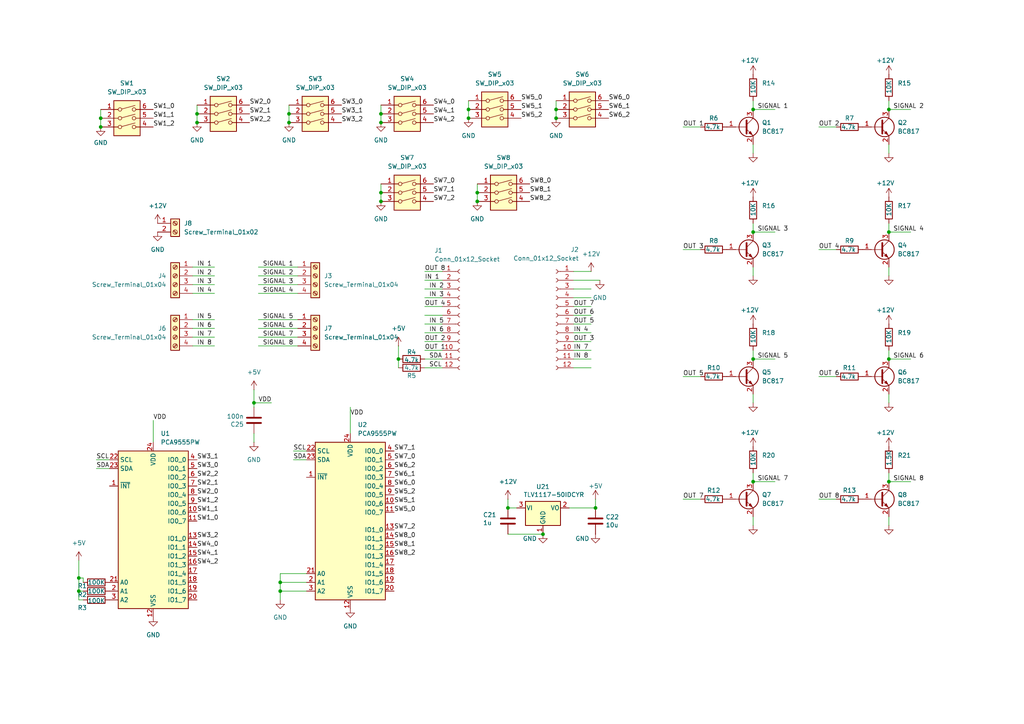
<source format=kicad_sch>
(kicad_sch (version 20250114) (generator "eeschema") (generator_version "9.0")
  (paper "A4")
  (lib_symbols
    (symbol "Connector:Conn_01x12_Socket" (pin_names (offset 1.016) (hide yes))
      (property "Reference" "J" (at 0 15.24 0))
      (property "Value" "Conn_01x12_Socket" (at 0 -17.78 0))
      (symbol "Conn_01x12_Socket_1_1"
        (polyline (pts (xy -1.27 12.7) (xy -0.508 12.7)) (stroke (width 0.1524)))
        (polyline (pts (xy -1.27 10.16) (xy -0.508 10.16)) (stroke (width 0.1524)))
        (polyline (pts (xy -1.27 7.62) (xy -0.508 7.62)) (stroke (width 0.1524)))
        (polyline (pts (xy -1.27 5.08) (xy -0.508 5.08)) (stroke (width 0.1524)))
        (polyline (pts (xy -1.27 2.54) (xy -0.508 2.54)) (stroke (width 0.1524)))
        (polyline (pts (xy -1.27 0) (xy -0.508 0)) (stroke (width 0.1524)))
        (polyline (pts (xy -1.27 -2.54) (xy -0.508 -2.54)) (stroke (width 0.1524)))
        (polyline (pts (xy -1.27 -5.08) (xy -0.508 -5.08)) (stroke (width 0.1524)))
        (polyline (pts (xy -1.27 -7.62) (xy -0.508 -7.62)) (stroke (width 0.1524)))
        (polyline (pts (xy -1.27 -10.16) (xy -0.508 -10.16)) (stroke (width 0.1524)))
        (polyline (pts (xy -1.27 -12.7) (xy -0.508 -12.7)) (stroke (width 0.1524)))
        (polyline (pts (xy -1.27 -15.24) (xy -0.508 -15.24)) (stroke (width 0.1524)))
        (arc (start 0 12.192) (mid -0.5058 12.7) (end 0 13.208) (stroke (width 0.1524)))
        (arc (start 0 9.652) (mid -0.5058 10.16) (end 0 10.668) (stroke (width 0.1524)))
        (arc (start 0 7.112) (mid -0.5058 7.62) (end 0 8.128) (stroke (width 0.1524)))
        (arc (start 0 4.572) (mid -0.5058 5.08) (end 0 5.588) (stroke (width 0.1524)))
        (arc (start 0 2.032) (mid -0.5058 2.54) (end 0 3.048) (stroke (width 0.1524)))
        (arc (start 0 -0.508) (mid -0.5058 0) (end 0 0.508) (stroke (width 0.1524)))
        (arc (start 0 -3.048) (mid -0.5058 -2.54) (end 0 -2.032) (stroke (width 0.1524)))
        (arc (start 0 -5.588) (mid -0.5058 -5.08) (end 0 -4.572) (stroke (width 0.1524)))
        (arc (start 0 -8.128) (mid -0.5058 -7.62) (end 0 -7.112) (stroke (width 0.1524)))
        (arc (start 0 -10.668) (mid -0.5058 -10.16) (end 0 -9.652) (stroke (width 0.1524)))
        (arc (start 0 -13.208) (mid -0.5058 -12.7) (end 0 -12.192) (stroke (width 0.1524)))
        (arc (start 0 -15.748) (mid -0.5058 -15.24) (end 0 -14.732) (stroke (width 0.1524)))
        (pin passive line (at -5.08 12.7 0) (length 3.81) (name "Pin_1") (number "1"))
        (pin passive line (at -5.08 10.16 0) (length 3.81) (name "Pin_2") (number "2"))
        (pin passive line (at -5.08 7.62 0) (length 3.81) (name "Pin_3") (number "3"))
        (pin passive line (at -5.08 5.08 0) (length 3.81) (name "Pin_4") (number "4"))
        (pin passive line (at -5.08 2.54 0) (length 3.81) (name "Pin_5") (number "5"))
        (pin passive line (at -5.08 0 0) (length 3.81) (name "Pin_6") (number "6"))
        (pin passive line (at -5.08 -2.54 0) (length 3.81) (name "Pin_7") (number "7"))
        (pin passive line (at -5.08 -5.08 0) (length 3.81) (name "Pin_8") (number "8"))
        (pin passive line (at -5.08 -7.62 0) (length 3.81) (name "Pin_9") (number "9"))
        (pin passive line (at -5.08 -10.16 0) (length 3.81) (name "Pin_10") (number "10"))
        (pin passive line (at -5.08 -12.7 0) (length 3.81) (name "Pin_11") (number "11"))
        (pin passive line (at -5.08 -15.24 0) (length 3.81) (name "Pin_12") (number "12"))
      )
    )
    (symbol "Connector:Screw_Terminal_01x02" (pin_names (offset 1.016) (hide yes))
      (property "Reference" "J" (at 0 2.54 0))
      (property "Value" "Screw_Terminal_01x02" (at 0 -5.08 0))
      (symbol "Screw_Terminal_01x02_1_1"
        (rectangle (start -1.27 1.27) (end 1.27 -3.81) (stroke (width 0.254)) (fill (type background)))
        (polyline (pts (xy -0.5334 0.3302) (xy 0.3302 -0.508)) (stroke (width 0.1524)))
        (polyline (pts (xy -0.5334 -2.2098) (xy 0.3302 -3.048)) (stroke (width 0.1524)))
        (polyline (pts (xy -0.3556 0.508) (xy 0.508 -0.3302)) (stroke (width 0.1524)))
        (polyline (pts (xy -0.3556 -2.032) (xy 0.508 -2.8702)) (stroke (width 0.1524)))
        (circle (center 0 0) (radius 0.635) (stroke (width 0.1524)))
        (circle (center 0 -2.54) (radius 0.635) (stroke (width 0.1524)))
        (pin passive line (at -5.08 0 0) (length 3.81) (name "Pin_1") (number "1"))
        (pin passive line (at -5.08 -2.54 0) (length 3.81) (name "Pin_2") (number "2"))
      )
    )
    (symbol "Connector:Screw_Terminal_01x04" (pin_names (offset 1.016) (hide yes))
      (property "Reference" "J" (at 0 5.08 0))
      (property "Value" "Screw_Terminal_01x04" (at 0 -7.62 0))
      (symbol "Screw_Terminal_01x04_1_1"
        (rectangle (start -1.27 3.81) (end 1.27 -6.35) (stroke (width 0.254)) (fill (type background)))
        (polyline (pts (xy -0.5334 2.8702) (xy 0.3302 2.032)) (stroke (width 0.1524)))
        (polyline (pts (xy -0.5334 0.3302) (xy 0.3302 -0.508)) (stroke (width 0.1524)))
        (polyline (pts (xy -0.5334 -2.2098) (xy 0.3302 -3.048)) (stroke (width 0.1524)))
        (polyline (pts (xy -0.5334 -4.7498) (xy 0.3302 -5.588)) (stroke (width 0.1524)))
        (polyline (pts (xy -0.3556 3.048) (xy 0.508 2.2098)) (stroke (width 0.1524)))
        (polyline (pts (xy -0.3556 0.508) (xy 0.508 -0.3302)) (stroke (width 0.1524)))
        (polyline (pts (xy -0.3556 -2.032) (xy 0.508 -2.8702)) (stroke (width 0.1524)))
        (polyline (pts (xy -0.3556 -4.572) (xy 0.508 -5.4102)) (stroke (width 0.1524)))
        (circle (center 0 2.54) (radius 0.635) (stroke (width 0.1524)))
        (circle (center 0 0) (radius 0.635) (stroke (width 0.1524)))
        (circle (center 0 -2.54) (radius 0.635) (stroke (width 0.1524)))
        (circle (center 0 -5.08) (radius 0.635) (stroke (width 0.1524)))
        (pin passive line (at -5.08 2.54 0) (length 3.81) (name "Pin_1") (number "1"))
        (pin passive line (at -5.08 0 0) (length 3.81) (name "Pin_2") (number "2"))
        (pin passive line (at -5.08 -2.54 0) (length 3.81) (name "Pin_3") (number "3"))
        (pin passive line (at -5.08 -5.08 0) (length 3.81) (name "Pin_4") (number "4"))
      )
    )
    (symbol "Device:C" (pin_numbers (hide yes)) (pin_names (offset 0.254))
      (property "Reference" "C" (at 0.635 2.54 0))
      (property "Value" "C" (at 0.635 -2.54 0))
      (symbol "C_0_1"
        (polyline (pts (xy -2.032 0.762) (xy 2.032 0.762)) (stroke (width 0.508)))
        (polyline (pts (xy -2.032 -0.762) (xy 2.032 -0.762)) (stroke (width 0.508)))
      )
      (symbol "C_1_1"
        (pin passive line (at 0 3.81 270) (length 2.794) (name "~") (number "1"))
        (pin passive line (at 0 -3.81 90) (length 2.794) (name "~") (number "2"))
      )
    )
    (symbol "Device:R" (pin_numbers (hide yes)) (pin_names (offset 0))
      (property "Reference" "R" (at 2.032 0 90))
      (property "Value" "R" (at 0 0 90))
      (symbol "R_0_1"
        (rectangle (start -1.016 -2.54) (end 1.016 2.54) (stroke (width 0.254)))
      )
      (symbol "R_1_1"
        (pin passive line (at 0 3.81 270) (length 1.27) (name "~") (number "1"))
        (pin passive line (at 0 -3.81 90) (length 1.27) (name "~") (number "2"))
      )
    )
    (symbol "Interface_Expansion:PCA9555PW"
      (property "Reference" "U" (at -8.89 24.13 0))
      (property "Value" "PCA9555PW" (at 6.35 24.13 0))
      (symbol "PCA9555PW_0_1"
        (rectangle (start -10.16 22.86) (end 10.16 -22.86) (stroke (width 0.254)) (fill (type background)))
      )
      (symbol "PCA9555PW_1_1"
        (pin input line (at -12.7 20.32 0) (length 2.54) (name "SCL") (number "22"))
        (pin bidirectional line (at -12.7 17.78 0) (length 2.54) (name "SDA") (number "23"))
        (pin open_collector line (at -12.7 12.7 0) (length 2.54) (name "~{INT}") (number "1"))
        (pin input line (at -12.7 -15.24 0) (length 2.54) (name "A0") (number "21"))
        (pin input line (at -12.7 -17.78 0) (length 2.54) (name "A1") (number "2"))
        (pin input line (at -12.7 -20.32 0) (length 2.54) (name "A2") (number "3"))
        (pin power_in line (at 0 25.4 270) (length 2.54) (name "VDD") (number "24"))
        (pin power_in line (at 0 -25.4 90) (length 2.54) (name "VSS") (number "12"))
        (pin bidirectional line (at 12.7 20.32 180) (length 2.54) (name "IO0_0") (number "4"))
        (pin bidirectional line (at 12.7 17.78 180) (length 2.54) (name "IO0_1") (number "5"))
        (pin bidirectional line (at 12.7 15.24 180) (length 2.54) (name "IO0_2") (number "6"))
        (pin bidirectional line (at 12.7 12.7 180) (length 2.54) (name "IO0_3") (number "7"))
        (pin bidirectional line (at 12.7 10.16 180) (length 2.54) (name "IO0_4") (number "8"))
        (pin bidirectional line (at 12.7 7.62 180) (length 2.54) (name "IO0_5") (number "9"))
        (pin bidirectional line (at 12.7 5.08 180) (length 2.54) (name "IO0_6") (number "10"))
        (pin bidirectional line (at 12.7 2.54 180) (length 2.54) (name "IO0_7") (number "11"))
        (pin bidirectional line (at 12.7 -2.54 180) (length 2.54) (name "IO1_0") (number "13"))
        (pin bidirectional line (at 12.7 -5.08 180) (length 2.54) (name "IO1_1") (number "14"))
        (pin bidirectional line (at 12.7 -7.62 180) (length 2.54) (name "IO1_2") (number "15"))
        (pin bidirectional line (at 12.7 -10.16 180) (length 2.54) (name "IO1_3") (number "16"))
        (pin bidirectional line (at 12.7 -12.7 180) (length 2.54) (name "IO1_4") (number "17"))
        (pin bidirectional line (at 12.7 -15.24 180) (length 2.54) (name "IO1_5") (number "18"))
        (pin bidirectional line (at 12.7 -17.78 180) (length 2.54) (name "IO1_6") (number "19"))
        (pin bidirectional line (at 12.7 -20.32 180) (length 2.54) (name "IO1_7") (number "20"))
      )
    )
    (symbol "Regulator_Linear:NCP1117-3.3_SOT223" (pin_names (offset 0.254))
      (property "Reference" "U" (at -3.81 3.175 0))
      (property "Value" "NCP1117-3.3_SOT223" (at 0 3.175 0))
      (symbol "NCP1117-3.3_SOT223_0_1"
        (rectangle (start -5.08 -5.08) (end 5.08 1.905) (stroke (width 0.254)) (fill (type background)))
      )
      (symbol "NCP1117-3.3_SOT223_1_1"
        (pin power_in line (at -7.62 0 0) (length 2.54) (name "VI") (number "3"))
        (pin power_in line (at 0 -7.62 90) (length 2.54) (name "GND") (number "1"))
        (pin power_out line (at 7.62 0 180) (length 2.54) (name "VO") (number "2"))
      )
    )
    (symbol "Switch:SW_DIP_x03" (pin_names (offset 0) (hide yes))
      (property "Reference" "SW" (at 0 6.35 0))
      (property "Value" "SW_DIP_x03" (at 0 -6.35 0))
      (symbol "SW_DIP_x03_0_0"
        (circle (center -2.032 2.54) (radius 0.508))
        (circle (center -2.032 0) (radius 0.508))
        (circle (center -2.032 -2.54) (radius 0.508))
        (polyline (pts (xy -1.524 2.667) (xy 2.3622 3.7084)))
        (polyline (pts (xy -1.524 0.127) (xy 2.3622 1.1684)))
        (polyline (pts (xy -1.524 -2.413) (xy 2.3622 -1.3716)))
        (circle (center 2.032 2.54) (radius 0.508))
        (circle (center 2.032 0) (radius 0.508))
        (circle (center 2.032 -2.54) (radius 0.508))
      )
      (symbol "SW_DIP_x03_0_1"
        (rectangle (start -3.81 5.08) (end 3.81 -5.08) (stroke (width 0.254)) (fill (type background)))
      )
      (symbol "SW_DIP_x03_1_1"
        (pin passive line (at -7.62 2.54 0) (length 5.08) (name "~") (number "1"))
        (pin passive line (at -7.62 0 0) (length 5.08) (name "~") (number "2"))
        (pin passive line (at -7.62 -2.54 0) (length 5.08) (name "~") (number "3"))
        (pin passive line (at 7.62 2.54 180) (length 5.08) (name "~") (number "6"))
        (pin passive line (at 7.62 0 180) (length 5.08) (name "~") (number "5"))
        (pin passive line (at 7.62 -2.54 180) (length 5.08) (name "~") (number "4"))
      )
    )
    (symbol "Transistor_BJT:BC817" (pin_names (offset 0) (hide yes))
      (property "Reference" "Q" (at 5.08 1.905 0))
      (property "Value" "BC817" (at 5.08 0 0))
      (symbol "BC817_0_1"
        (polyline (pts (xy -2.54 0) (xy 0.635 0)))
        (polyline (pts (xy 0.635 1.905) (xy 0.635 -1.905)) (stroke (width 0.508)))
        (circle (center 1.27 0) (radius 2.8194) (stroke (width 0.254)))
      )
      (symbol "BC817_1_1"
        (polyline (pts (xy 0.635 0.635) (xy 2.54 2.54)))
        (polyline (pts (xy 0.635 -0.635) (xy 2.54 -2.54)))
        (polyline (pts (xy 1.27 -1.778) (xy 1.778 -1.27) (xy 2.286 -2.286) (xy 1.27 -1.778)) (fill (type outline)))
        (pin input line (at -5.08 0 0) (length 2.54) (name "B") (number "1"))
        (pin passive line (at 2.54 5.08 270) (length 2.54) (name "C") (number "3"))
        (pin passive line (at 2.54 -5.08 90) (length 2.54) (name "E") (number "2"))
      )
    )
    (symbol "power:+12V" (power) (pin_numbers (hide yes)) (pin_names (offset 0) (hide yes))
      (property "Value" "+12V" (at 0 3.556 0))
      (symbol "+12V_0_1"
        (polyline (pts (xy -0.762 1.27) (xy 0 2.54)))
        (polyline (pts (xy 0 2.54) (xy 0.762 1.27)))
        (polyline (pts (xy 0 0) (xy 0 2.54)))
      )
      (symbol "+12V_1_1"
        (pin power_in line (at 0 0 90) (length 0) (name "~") (number "1"))
      )
    )
    (symbol "power:+5V" (power) (pin_numbers (hide yes)) (pin_names (offset 0) (hide yes))
      (property "Value" "+5V" (at 0 3.556 0))
      (symbol "+5V_0_1"
        (polyline (pts (xy -0.762 1.27) (xy 0 2.54)))
        (polyline (pts (xy 0 2.54) (xy 0.762 1.27)))
        (polyline (pts (xy 0 0) (xy 0 2.54)))
      )
      (symbol "+5V_1_1"
        (pin power_in line (at 0 0 90) (length 0) (name "~") (number "1"))
      )
    )
    (symbol "power:GND" (power) (pin_numbers (hide yes)) (pin_names (offset 0) (hide yes))
      (property "Value" "GND" (at 0 -3.81 0))
      (symbol "GND_0_1"
        (polyline (pts (xy 0 0) (xy 0 -1.27) (xy 1.27 -1.27) (xy 0 -2.54) (xy -1.27 -1.27) (xy 0 -1.27)))
      )
      (symbol "GND_1_1"
        (pin power_in line (at 0 0 270) (length 0) (name "~") (number "1"))
      )
    )
  )
  (junction (at 257.81 67.31))
  (junction (at 218.44 67.31))
  (junction (at 135.89 31.75))
  (junction (at 157.48 154.94))
  (junction (at 147.32 147.32))
  (junction (at 81.28 168.91))
  (junction (at 57.15 35.56))
  (junction (at 135.89 34.29))
  (junction (at 218.44 139.7))
  (junction (at 138.43 55.88))
  (junction (at 83.82 33.02))
  (junction (at 110.49 55.88))
  (junction (at 115.57 104.14))
  (junction (at 22.86 171.45))
  (junction (at 257.81 139.7))
  (junction (at 73.66 116.84))
  (junction (at 110.49 35.56))
  (junction (at 161.29 31.75))
  (junction (at 257.81 31.75))
  (junction (at 83.82 35.56))
  (junction (at 257.81 104.14))
  (junction (at 22.86 167.64))
  (junction (at 29.21 36.83))
  (junction (at 218.44 31.75))
  (junction (at 161.29 34.29))
  (junction (at 110.49 58.42))
  (junction (at 138.43 58.42))
  (junction (at 81.28 171.45))
  (junction (at 218.44 104.14))
  (junction (at 172.72 147.32))
  (junction (at 29.21 34.29))
  (junction (at 57.15 33.02))
  (junction (at 110.49 33.02))
  (wire (pts (xy 123.19 78.74) (xy 128.27 78.74)))
  (wire (pts (xy 85.09 130.81) (xy 88.9 130.81)))
  (wire (pts (xy 115.57 104.14) (xy 115.57 106.68)))
  (wire (pts (xy 172.72 147.32) (xy 172.72 144.78)))
  (wire (pts (xy 257.81 137.16) (xy 257.81 139.7)))
  (wire (pts (xy 218.44 29.21) (xy 218.44 31.75)))
  (wire (pts (xy 44.45 121.92) (xy 44.45 128.27)))
  (wire (pts (xy 161.29 31.75) (xy 161.29 34.29)))
  (wire (pts (xy 147.32 154.94) (xy 157.48 154.94)))
  (wire (pts (xy 166.37 88.9) (xy 171.45 88.9)))
  (wire (pts (xy 123.19 83.82) (xy 128.27 83.82)))
  (wire (pts (xy 165.1 147.32) (xy 172.72 147.32)))
  (wire (pts (xy 135.89 29.21) (xy 135.89 31.75)))
  (wire (pts (xy 218.44 44.45) (xy 218.44 41.91)))
  (wire (pts (xy 110.49 55.88) (xy 110.49 58.42)))
  (wire (pts (xy 73.66 125.73) (xy 73.66 128.27)))
  (wire (pts (xy 74.93 100.33) (xy 86.36 100.33)))
  (wire (pts (xy 29.21 34.29) (xy 29.21 36.83)))
  (wire (pts (xy 24.13 173.99) (xy 22.86 173.99)))
  (wire (pts (xy 198.12 72.39) (xy 203.2 72.39)))
  (wire (pts (xy 123.19 93.98) (xy 128.27 93.98)))
  (wire (pts (xy 237.49 109.22) (xy 242.57 109.22)))
  (wire (pts (xy 166.37 101.6) (xy 171.45 101.6)))
  (wire (pts (xy 81.28 171.45) (xy 88.9 171.45)))
  (wire (pts (xy 198.12 144.78) (xy 203.2 144.78)))
  (wire (pts (xy 74.93 85.09) (xy 86.36 85.09)))
  (wire (pts (xy 166.37 78.74) (xy 171.45 78.74)))
  (wire (pts (xy 22.86 162.56) (xy 22.86 167.64)))
  (wire (pts (xy 85.09 133.35) (xy 88.9 133.35)))
  (wire (pts (xy 123.19 91.44) (xy 128.27 91.44)))
  (wire (pts (xy 27.94 135.89) (xy 31.75 135.89)))
  (wire (pts (xy 74.93 97.79) (xy 86.36 97.79)))
  (wire (pts (xy 166.37 93.98) (xy 171.45 93.98)))
  (wire (pts (xy 83.82 30.48) (xy 83.82 33.02)))
  (wire (pts (xy 73.66 116.84) (xy 78.74 116.84)))
  (wire (pts (xy 138.43 53.34) (xy 138.43 55.88)))
  (wire (pts (xy 166.37 86.36) (xy 171.45 86.36)))
  (wire (pts (xy 24.13 171.45) (xy 22.86 171.45)))
  (wire (pts (xy 218.44 139.7) (xy 224.79 139.7)))
  (wire (pts (xy 55.88 97.79) (xy 62.23 97.79)))
  (wire (pts (xy 29.21 31.75) (xy 29.21 34.29)))
  (wire (pts (xy 166.37 91.44) (xy 171.45 91.44)))
  (wire (pts (xy 257.81 101.6) (xy 257.81 104.14)))
  (wire (pts (xy 218.44 101.6) (xy 218.44 104.14)))
  (wire (pts (xy 74.93 80.01) (xy 86.36 80.01)))
  (wire (pts (xy 57.15 30.48) (xy 57.15 33.02)))
  (wire (pts (xy 257.81 116.84) (xy 257.81 114.3)))
  (wire (pts (xy 218.44 80.01) (xy 218.44 77.47)))
  (wire (pts (xy 257.81 64.77) (xy 257.81 67.31)))
  (wire (pts (xy 218.44 31.75) (xy 224.79 31.75)))
  (wire (pts (xy 123.19 104.14) (xy 128.27 104.14)))
  (wire (pts (xy 218.44 104.14) (xy 224.79 104.14)))
  (wire (pts (xy 257.81 67.31) (xy 264.16 67.31)))
  (wire (pts (xy 73.66 113.03) (xy 73.66 116.84)))
  (wire (pts (xy 24.13 167.64) (xy 22.86 167.64)))
  (wire (pts (xy 257.81 139.7) (xy 264.16 139.7)))
  (wire (pts (xy 55.88 95.25) (xy 62.23 95.25)))
  (wire (pts (xy 166.37 96.52) (xy 171.45 96.52)))
  (wire (pts (xy 198.12 109.22) (xy 203.2 109.22)))
  (wire (pts (xy 55.88 77.47) (xy 62.23 77.47)))
  (wire (pts (xy 74.93 95.25) (xy 86.36 95.25)))
  (wire (pts (xy 24.13 168.91) (xy 24.13 167.64)))
  (wire (pts (xy 123.19 99.06) (xy 128.27 99.06)))
  (wire (pts (xy 123.19 101.6) (xy 128.27 101.6)))
  (wire (pts (xy 55.88 80.01) (xy 62.23 80.01)))
  (wire (pts (xy 166.37 106.68) (xy 171.45 106.68)))
  (wire (pts (xy 55.88 85.09) (xy 62.23 85.09)))
  (wire (pts (xy 138.43 55.88) (xy 138.43 58.42)))
  (wire (pts (xy 149.86 147.32) (xy 147.32 147.32)))
  (wire (pts (xy 218.44 67.31) (xy 224.79 67.31)))
  (wire (pts (xy 257.81 31.75) (xy 264.16 31.75)))
  (wire (pts (xy 218.44 152.4) (xy 218.44 149.86)))
  (wire (pts (xy 55.88 92.71) (xy 62.23 92.71)))
  (wire (pts (xy 115.57 100.33) (xy 115.57 104.14)))
  (wire (pts (xy 218.44 137.16) (xy 218.44 139.7)))
  (wire (pts (xy 166.37 81.28) (xy 173.99 81.28)))
  (wire (pts (xy 110.49 30.48) (xy 110.49 33.02)))
  (wire (pts (xy 81.28 168.91) (xy 81.28 171.45)))
  (wire (pts (xy 123.19 81.28) (xy 128.27 81.28)))
  (wire (pts (xy 166.37 83.82) (xy 171.45 83.82)))
  (wire (pts (xy 74.93 92.71) (xy 86.36 92.71)))
  (wire (pts (xy 128.27 106.68) (xy 123.19 106.68)))
  (wire (pts (xy 257.81 29.21) (xy 257.81 31.75)))
  (wire (pts (xy 123.19 96.52) (xy 128.27 96.52)))
  (wire (pts (xy 81.28 168.91) (xy 88.9 168.91)))
  (wire (pts (xy 22.86 167.64) (xy 22.86 171.45)))
  (wire (pts (xy 81.28 171.45) (xy 81.28 173.99)))
  (wire (pts (xy 123.19 88.9) (xy 128.27 88.9)))
  (wire (pts (xy 88.9 166.37) (xy 81.28 166.37)))
  (wire (pts (xy 74.93 77.47) (xy 86.36 77.47)))
  (wire (pts (xy 74.93 82.55) (xy 86.36 82.55)))
  (wire (pts (xy 55.88 100.33) (xy 62.23 100.33)))
  (wire (pts (xy 55.88 82.55) (xy 62.23 82.55)))
  (wire (pts (xy 218.44 116.84) (xy 218.44 114.3)))
  (wire (pts (xy 237.49 144.78) (xy 242.57 144.78)))
  (wire (pts (xy 57.15 33.02) (xy 57.15 35.56)))
  (wire (pts (xy 135.89 31.75) (xy 135.89 34.29)))
  (wire (pts (xy 161.29 29.21) (xy 161.29 31.75)))
  (wire (pts (xy 198.12 36.83) (xy 203.2 36.83)))
  (wire (pts (xy 237.49 36.83) (xy 242.57 36.83)))
  (wire (pts (xy 81.28 166.37) (xy 81.28 168.91)))
  (wire (pts (xy 73.66 116.84) (xy 73.66 118.11)))
  (wire (pts (xy 22.86 171.45) (xy 22.86 173.99)))
  (wire (pts (xy 147.32 147.32) (xy 147.32 144.78)))
  (wire (pts (xy 110.49 33.02) (xy 110.49 35.56)))
  (wire (pts (xy 83.82 33.02) (xy 83.82 35.56)))
  (wire (pts (xy 237.49 72.39) (xy 242.57 72.39)))
  (wire (pts (xy 110.49 53.34) (xy 110.49 55.88)))
  (wire (pts (xy 101.6 118.11) (xy 101.6 125.73)))
  (wire (pts (xy 257.81 80.01) (xy 257.81 77.47)))
  (wire (pts (xy 166.37 104.14) (xy 171.45 104.14)))
  (wire (pts (xy 123.19 86.36) (xy 128.27 86.36)))
  (wire (pts (xy 27.94 133.35) (xy 31.75 133.35)))
  (wire (pts (xy 257.81 104.14) (xy 264.16 104.14)))
  (wire (pts (xy 218.44 64.77) (xy 218.44 67.31)))
  (wire (pts (xy 257.81 152.4) (xy 257.81 149.86)))
  (wire (pts (xy 166.37 99.06) (xy 171.45 99.06)))
  (wire (pts (xy 257.81 44.45) (xy 257.81 41.91)))
  (label "OUT 5" (at 166.37 93.98 0))
  (label "SW5_1" (at 151.13 31.75 0))
  (label "SIGNAL 6" (at 259.08 104.14 0))
  (label "SW3_2" (at 57.15 156.21 0))
  (label "IN 8" (at 57.15 100.33 0))
  (label "SDA" (at 27.94 135.89 0))
  (label "IN 6" (at 57.15 95.25 0))
  (label "SW6_1" (at 176.53 31.75 0))
  (label "SIGNAL 3" (at 76.2 82.55 0))
  (label "SIGNAL 6" (at 76.2 95.25 0))
  (label "IN 4" (at 166.37 96.52 0))
  (label "SIGNAL 1" (at 219.71 31.75 0))
  (label "OUT 8" (at 123.19 78.74 0))
  (label "IN 7" (at 166.37 101.6 0))
  (label "SW6_2" (at 114.3 135.89 0))
  (label "OUT 1" (at 123.19 101.6 0))
  (label "SW1_1" (at 57.15 148.59 0))
  (label "SW1_1" (at 44.45 34.29 0))
  (label "IN 2" (at 124.46 83.82 0))
  (label "SW8_2" (at 153.67 58.42 0))
  (label "SW6_0" (at 176.53 29.21 0))
  (label "SW2_1" (at 57.15 140.97 0))
  (label "SW2_0" (at 72.39 30.48 0))
  (label "OUT 7" (at 198.12 144.78 0))
  (label "SIGNAL 7" (at 219.71 139.7 0))
  (label "OUT 8" (at 237.49 144.78 0))
  (label "SW7_2" (at 114.3 153.67 0))
  (label "SW2_1" (at 72.39 33.02 0))
  (label "SW8_2" (at 114.3 161.29 0))
  (label "IN 6" (at 124.46 96.52 0))
  (label "OUT 2" (at 123.19 99.06 0))
  (label "OUT 7" (at 166.37 88.9 0))
  (label "SW4_0" (at 57.15 158.75 0))
  (label "SDA" (at 85.09 133.35 0))
  (label "SW7_0" (at 114.3 133.35 0))
  (label "SW7_2" (at 125.73 58.42 0))
  (label "IN 2" (at 57.15 80.01 0))
  (label "SW4_2" (at 125.73 35.56 0))
  (label "SW8_1" (at 114.3 158.75 0))
  (label "IN 8" (at 166.37 104.14 0))
  (label "SW3_2" (at 99.06 35.56 0))
  (label "OUT 3" (at 166.37 99.06 0))
  (label "IN 3" (at 57.15 82.55 0))
  (label "SIGNAL 4" (at 76.2 85.09 0))
  (label "SW8_1" (at 153.67 55.88 0))
  (label "SCL" (at 27.94 133.35 0))
  (label "SW6_1" (at 114.3 138.43 0))
  (label "SW3_0" (at 99.06 30.48 0))
  (label "SW1_2" (at 57.15 146.05 0))
  (label "SW8_0" (at 153.67 53.34 0))
  (label "VDD" (at 44.45 121.92 0))
  (label "OUT 6" (at 237.49 109.22 0))
  (label "SW1_0" (at 57.15 151.13 0))
  (label "SW4_1" (at 125.73 33.02 0))
  (label "OUT 3" (at 198.12 72.39 0))
  (label "VDD" (at 101.6 120.65 0))
  (label "SIGNAL 5" (at 76.2 92.71 0))
  (label "SIGNAL 4" (at 259.08 67.31 0))
  (label "SW5_0" (at 151.13 29.21 0))
  (label "OUT 4" (at 123.19 88.9 0))
  (label "SIGNAL 2" (at 76.2 80.01 0))
  (label "SW3_1" (at 57.15 133.35 0))
  (label "SW1_0" (at 44.45 31.75 0))
  (label "IN 7" (at 57.15 97.79 0))
  (label "IN 5" (at 57.15 92.71 0))
  (label "SIGNAL 1" (at 76.2 77.47 0))
  (label "SIGNAL 7" (at 76.2 97.79 0))
  (label "OUT 2" (at 237.49 36.83 0))
  (label "IN 4" (at 57.15 85.09 0))
  (label "SCL" (at 85.09 130.81 0))
  (label "SW6_0" (at 114.3 140.97 0))
  (label "SW4_1" (at 57.15 161.29 0))
  (label "IN 1" (at 57.15 77.47 0))
  (label "SW5_0" (at 114.3 148.59 0))
  (label "SIGNAL 5" (at 219.71 104.14 0))
  (label "SIGNAL 8" (at 76.2 100.33 0))
  (label "SW3_1" (at 99.06 33.02 0))
  (label "IN 3" (at 124.46 86.36 0))
  (label "SW2_2" (at 72.39 35.56 0))
  (label "SW5_1" (at 114.3 146.05 0))
  (label "SW2_2" (at 57.15 138.43 0))
  (label "SCL" (at 124.46 106.68 0))
  (label "IN 5" (at 124.46 93.98 0))
  (label "VDD" (at 74.93 116.84 0))
  (label "SW3_0" (at 57.15 135.89 0))
  (label "SW2_0" (at 57.15 143.51 0))
  (label "SW7_1" (at 125.73 55.88 0))
  (label "SW4_0" (at 125.73 30.48 0))
  (label "SW7_1" (at 114.3 130.81 0))
  (label "IN 1" (at 123.19 81.28 0))
  (label "SIGNAL 2" (at 259.08 31.75 0))
  (label "SW5_2" (at 114.3 143.51 0))
  (label "SW1_2" (at 44.45 36.83 0))
  (label "SIGNAL 8" (at 259.08 139.7 0))
  (label "SIGNAL 3" (at 219.71 67.31 0))
  (label "OUT 4" (at 237.49 72.39 0))
  (label "OUT 5" (at 198.12 109.22 0))
  (label "SDA" (at 124.46 104.14 0))
  (label "SW4_2" (at 57.15 163.83 0))
  (label "SW5_2" (at 151.13 34.29 0))
  (label "SW6_2" (at 176.53 34.29 0))
  (label "SW8_0" (at 114.3 156.21 0))
  (label "SW7_0" (at 125.73 53.34 0))
  (label "OUT 6" (at 166.37 91.44 0))
  (label "OUT 1" (at 198.12 36.83 0))
  (symbol (lib_id "power:GND") (at 218.44 80.01 0) (unit 1)
    (property "Reference" "#PWR034" (effects (hide yes)))
    (property "Value" "GND" (effects (hide yes)))
    (property "Description" "Power symbol creates a global label with name \"GND\" , ground" (effects (hide yes)))
  )
  (symbol (lib_id "Transistor_BJT:BC817") (at 255.27 109.22 0) (unit 1)
    (property "Reference" "Q6" (at 260.35 107.9499 0) (effects (justify left)))
    (property "Value" "BC817" (at 260.35 110.4899 0) (effects (justify left)))
    (property "Footprint" "Package_TO_SOT_SMD:SOT-23" (effects (hide yes)))
    (property "Datasheet" "https://www.onsemi.com/pub/Collateral/BC818-D.pdf" (effects (hide yes)))
    (property "Description" "0.8A Ic, 45V Vce, NPN Transistor, SOT-23" (effects (hide yes)))
  )
  (symbol (lib_id "power:+12V") (at 257.81 93.98 0) (unit 1)
    (property "Reference" "#PWR044" (effects (hide yes)))
    (property "Value" "+12V" (at 256.794 89.916 0))
    (property "Description" "Power symbol creates a global label with name \"+12V\"" (effects (hide yes)))
  )
  (symbol (lib_id "power:GND") (at 73.66 128.27 0) (unit 1)
    (property "Reference" "#PWR021" (effects (hide yes)))
    (property "Value" "GND" (at 73.66 133.35 0))
    (property "Description" "Power symbol creates a global label with name \"GND\" , ground" (effects (hide yes)))
  )
  (symbol (lib_id "Transistor_BJT:BC817") (at 215.9 144.78 0) (unit 1)
    (property "Reference" "Q7" (at 220.98 143.5099 0) (effects (justify left)))
    (property "Value" "BC817" (at 220.98 146.0499 0) (effects (justify left)))
    (property "Footprint" "Package_TO_SOT_SMD:SOT-23" (effects (hide yes)))
    (property "Datasheet" "https://www.onsemi.com/pub/Collateral/BC818-D.pdf" (effects (hide yes)))
    (property "Description" "0.8A Ic, 45V Vce, NPN Transistor, SOT-23" (effects (hide yes)))
  )
  (symbol (lib_id "power:+12V") (at 45.72 64.77 0) (unit 1)
    (property "Reference" "#PWR023" (effects (hide yes)))
    (property "Value" "+12V" (at 45.72 59.69 0))
    (property "Description" "Power symbol creates a global label with name \"+12V\"" (effects (hide yes)))
  )
  (symbol (lib_id "Switch:SW_DIP_x03") (at 64.77 33.02 0) (unit 1)
    (property "Reference" "SW2" (at 64.77 22.86 0))
    (property "Value" "SW_DIP_x03" (at 64.77 25.4 0))
    (property "Footprint" "Package_DIP:DIP-6_W8.89mm_SMDSocket_LongPads" (effects (hide yes)))
    (property "Description" "3x DIP Switch, Single Pole Single Throw (SPST) switch, small symbol" (effects (hide yes)))
  )
  (symbol (lib_id "Switch:SW_DIP_x03") (at 168.91 31.75 0) (unit 1)
    (property "Reference" "SW6" (at 168.91 21.59 0))
    (property "Value" "SW_DIP_x03" (at 168.91 24.13 0))
    (property "Footprint" "Package_DIP:DIP-6_W8.89mm_SMDSocket_LongPads" (effects (hide yes)))
    (property "Description" "3x DIP Switch, Single Pole Single Throw (SPST) switch, small symbol" (effects (hide yes)))
  )
  (symbol (lib_id "power:+5V") (at 73.66 113.03 0) (unit 1)
    (property "Reference" "#PWR09" (effects (hide yes)))
    (property "Value" "+5V" (at 73.66 107.95 0))
    (property "Description" "Power symbol creates a global label with name \"+5V\"" (effects (hide yes)))
  )
  (symbol (lib_id "power:GND") (at 257.81 152.4 0) (unit 1)
    (property "Reference" "#PWR047" (effects (hide yes)))
    (property "Value" "GND" (effects (hide yes)))
    (property "Description" "Power symbol creates a global label with name \"GND\" , ground" (effects (hide yes)))
  )
  (symbol (lib_id "Transistor_BJT:BC817") (at 255.27 144.78 0) (unit 1)
    (property "Reference" "Q8" (at 260.35 143.5099 0) (effects (justify left)))
    (property "Value" "BC817" (at 260.35 146.0499 0) (effects (justify left)))
    (property "Footprint" "Package_TO_SOT_SMD:SOT-23" (effects (hide yes)))
    (property "Datasheet" "https://www.onsemi.com/pub/Collateral/BC818-D.pdf" (effects (hide yes)))
    (property "Description" "0.8A Ic, 45V Vce, NPN Transistor, SOT-23" (effects (hide yes)))
  )
  (symbol (lib_id "power:+12V") (at 147.32 144.78 0) (unit 1)
    (property "Reference" "#PWR03" (effects (hide yes)))
    (property "Value" "+12V" (at 147.32 139.7 0))
    (property "Description" "Power symbol creates a global label with name \"+12V\"" (effects (hide yes)))
  )
  (symbol (lib_id "power:GND") (at 257.81 44.45 0) (unit 1)
    (property "Reference" "#PWR030" (effects (hide yes)))
    (property "Value" "GND" (effects (hide yes)))
    (property "Description" "Power symbol creates a global label with name \"GND\" , ground" (effects (hide yes)))
  )
  (symbol (lib_id "power:+12V") (at 218.44 21.59 0) (unit 1)
    (property "Reference" "#PWR031" (effects (hide yes)))
    (property "Value" "+12V" (at 217.424 17.526 0))
    (property "Description" "Power symbol creates a global label with name \"+12V\"" (effects (hide yes)))
  )
  (symbol (lib_id "power:GND") (at 257.81 80.01 0) (unit 1)
    (property "Reference" "#PWR037" (effects (hide yes)))
    (property "Value" "GND" (effects (hide yes)))
    (property "Description" "Power symbol creates a global label with name \"GND\" , ground" (effects (hide yes)))
  )
  (symbol (lib_id "power:GND") (at 157.48 154.94 0) (unit 1)
    (property "Reference" "#PWR036" (effects (hide yes)))
    (property "Value" "GND" (at 153.67 156.21 0))
  )
  (symbol (lib_id "power:+12V") (at 218.44 57.15 0) (unit 1)
    (property "Reference" "#PWR033" (effects (hide yes)))
    (property "Value" "+12V" (at 217.424 53.086 0))
    (property "Description" "Power symbol creates a global label with name \"+12V\"" (effects (hide yes)))
  )
  (symbol (lib_id "Device:R") (at 257.81 25.4 0) (unit 1)
    (property "Reference" "R15" (at 260.35 24.1299 0) (effects (justify left)))
    (property "Value" "10K" (at 257.81 27.178 90) (effects (justify left)))
    (property "Footprint" "Resistor_SMD:R_0603_1608Metric" (effects (hide yes)))
    (property "Description" "Resistor" (effects (hide yes)))
  )
  (symbol (lib_id "power:+12V") (at 257.81 21.59 0) (unit 1)
    (property "Reference" "#PWR032" (effects (hide yes)))
    (property "Value" "+12V" (at 256.794 17.526 0))
    (property "Description" "Power symbol creates a global label with name \"+12V\"" (effects (hide yes)))
  )
  (symbol (lib_id "power:GND") (at 218.44 44.45 0) (unit 1)
    (property "Reference" "#PWR029" (effects (hide yes)))
    (property "Value" "GND" (effects (hide yes)))
    (property "Description" "Power symbol creates a global label with name \"GND\" , ground" (effects (hide yes)))
  )
  (symbol (lib_id "Transistor_BJT:BC817") (at 215.9 109.22 0) (unit 1)
    (property "Reference" "Q5" (at 220.98 107.9499 0) (effects (justify left)))
    (property "Value" "BC817" (at 220.98 110.4899 0) (effects (justify left)))
    (property "Footprint" "Package_TO_SOT_SMD:SOT-23" (effects (hide yes)))
    (property "Datasheet" "https://www.onsemi.com/pub/Collateral/BC818-D.pdf" (effects (hide yes)))
    (property "Description" "0.8A Ic, 45V Vce, NPN Transistor, SOT-23" (effects (hide yes)))
  )
  (symbol (lib_id "Connector:Conn_01x12_Socket") (at 133.35 91.44 0) (unit 1)
    (property "Reference" "J1" (at 125.984 72.644 0) (effects (justify left)))
    (property "Value" "Conn_01x12_Socket" (at 125.984 75.184 0) (effects (justify left)))
    (property "Footprint" "Connector_PinSocket_2.54mm:PinSocket_1x12_P2.54mm_Vertical" (effects (hide yes)))
    (property "Description" "Generic connector, single row, 01x12, script generated" (effects (hide yes)))
  )
  (symbol (lib_id "power:+5V") (at 172.72 144.78 0) (unit 1)
    (property "Reference" "#PWR039" (effects (hide yes)))
    (property "Value" "+5V" (at 172.72 140.97 0))
  )
  (symbol (lib_id "Device:R") (at 218.44 60.96 0) (unit 1)
    (property "Reference" "R16" (at 220.98 59.6899 0) (effects (justify left)))
    (property "Value" "10K" (at 218.44 62.738 90) (effects (justify left)))
    (property "Footprint" "Resistor_SMD:R_0603_1608Metric" (effects (hide yes)))
    (property "Description" "Resistor" (effects (hide yes)))
  )
  (symbol (lib_id "Device:C") (at 73.66 121.92 180) (unit 1)
    (property "Reference" "C25" (at 70.739 123.0884 0) (effects (justify left)))
    (property "Value" "100n" (at 70.739 120.777 0) (effects (justify left)))
    (property "Footprint" "Capacitor_SMD:C_0603_1608Metric" (effects (hide yes)))
    (property "LCSC" "C14663" (effects (hide yes)))
  )
  (symbol (lib_id "power:+5V") (at 115.57 100.33 0) (unit 1)
    (property "Reference" "#PWR022" (effects (hide yes)))
    (property "Value" "+5V" (at 115.57 95.25 0))
    (property "Description" "Power symbol creates a global label with name \"+5V\"" (effects (hide yes)))
  )
  (symbol (lib_id "Switch:SW_DIP_x03") (at 143.51 31.75 0) (unit 1)
    (property "Reference" "SW5" (at 143.51 21.59 0))
    (property "Value" "SW_DIP_x03" (at 143.51 24.13 0))
    (property "Footprint" "Package_DIP:DIP-6_W8.89mm_SMDSocket_LongPads" (effects (hide yes)))
    (property "Description" "3x DIP Switch, Single Pole Single Throw (SPST) switch, small symbol" (effects (hide yes)))
  )
  (symbol (lib_id "power:GND") (at 218.44 152.4 0) (unit 1)
    (property "Reference" "#PWR043" (effects (hide yes)))
    (property "Value" "GND" (effects (hide yes)))
    (property "Description" "Power symbol creates a global label with name \"GND\" , ground" (effects (hide yes)))
  )
  (symbol (lib_id "Transistor_BJT:BC817") (at 255.27 72.39 0) (unit 1)
    (property "Reference" "Q4" (at 260.35 71.1199 0) (effects (justify left)))
    (property "Value" "BC817" (at 260.35 73.6599 0) (effects (justify left)))
    (property "Footprint" "Package_TO_SOT_SMD:SOT-23" (effects (hide yes)))
    (property "Datasheet" "https://www.onsemi.com/pub/Collateral/BC818-D.pdf" (effects (hide yes)))
    (property "Description" "0.8A Ic, 45V Vce, NPN Transistor, SOT-23" (effects (hide yes)))
  )
  (symbol (lib_id "power:+5V") (at 22.86 162.56 0) (unit 1)
    (property "Reference" "#PWR018" (effects (hide yes)))
    (property "Value" "+5V" (at 22.86 157.48 0))
    (property "Description" "Power symbol creates a global label with name \"+5V\"" (effects (hide yes)))
  )
  (symbol (lib_id "Interface_Expansion:PCA9555PW") (at 101.6 151.13 0) (unit 1)
    (property "Reference" "U2" (at 103.7433 123.19 0) (effects (justify left)))
    (property "Value" "PCA9555PW" (at 103.7433 125.73 0) (effects (justify left)))
    (property "Footprint" "Package_SO:TSSOP-24_4.4x7.8mm_P0.65mm" (effects (hide yes)))
    (property "Datasheet" "https://www.nxp.com/docs/en/data-sheet/PCA9555.pdf" (effects (hide yes)))
    (property "Description" "IO expander 16 GPIO, I2C 400kHz, Interrupt, 2.3 - 5.5V, TSSOP-24" (effects (hide yes)))
  )
  (symbol (lib_id "power:GND") (at 57.15 35.56 0) (unit 1)
    (property "Reference" "#PWR04" (effects (hide yes)))
    (property "Value" "GND" (at 57.15 40.64 0))
    (property "Description" "Power symbol creates a global label with name \"GND\" , ground" (effects (hide yes)))
  )
  (symbol (lib_id "Transistor_BJT:BC817") (at 215.9 72.39 0) (unit 1)
    (property "Reference" "Q3" (at 220.98 71.1199 0) (effects (justify left)))
    (property "Value" "BC817" (at 220.98 73.6599 0) (effects (justify left)))
    (property "Footprint" "Package_TO_SOT_SMD:SOT-23" (effects (hide yes)))
    (property "Datasheet" "https://www.onsemi.com/pub/Collateral/BC818-D.pdf" (effects (hide yes)))
    (property "Description" "0.8A Ic, 45V Vce, NPN Transistor, SOT-23" (effects (hide yes)))
  )
  (symbol (lib_id "Device:R") (at 218.44 25.4 0) (unit 1)
    (property "Reference" "R14" (at 220.98 24.1299 0) (effects (justify left)))
    (property "Value" "10K" (at 218.44 27.178 90) (effects (justify left)))
    (property "Footprint" "Resistor_SMD:R_0603_1608Metric" (effects (hide yes)))
    (property "Description" "Resistor" (effects (hide yes)))
  )
  (symbol (lib_id "power:GND") (at 172.72 154.94 0) (unit 1)
    (property "Reference" "#PWR040" (effects (hide yes)))
    (property "Value" "GND" (at 168.91 156.21 0))
  )
  (symbol (lib_id "Device:R") (at 27.94 171.45 90) (unit 1)
    (property "Reference" "R2" (at 23.876 172.466 90))
    (property "Value" "100K" (at 27.94 171.45 90))
    (property "Footprint" "Resistor_SMD:R_0603_1608Metric" (effects (hide yes)))
    (property "Description" "Resistor" (effects (hide yes)))
  )
  (symbol (lib_id "power:GND") (at 135.89 34.29 0) (unit 1)
    (property "Reference" "#PWR011" (effects (hide yes)))
    (property "Value" "GND" (at 135.89 39.37 0))
    (property "Description" "Power symbol creates a global label with name \"GND\" , ground" (effects (hide yes)))
  )
  (symbol (lib_id "Device:C") (at 147.32 151.13 0) (unit 1)
    (property "Reference" "C21" (at 140.081 149.3266 0) (effects (justify left)))
    (property "Value" "1u" (at 140.081 151.638 0) (effects (justify left)))
    (property "Footprint" "Capacitor_SMD:C_0603_1608Metric" (effects (hide yes)))
    (property "LCSC" "C15849" (effects (hide yes)))
  )
  (symbol (lib_id "Device:R") (at 207.01 36.83 270) (unit 1)
    (property "Reference" "R6" (at 207.01 34.29 90))
    (property "Value" "4.7k" (at 206.756 36.83 90))
    (property "Footprint" "Resistor_SMD:R_0603_1608Metric" (effects (hide yes)))
    (property "Description" "Resistor" (effects (hide yes)))
  )
  (symbol (lib_id "Device:C") (at 172.72 151.13 0) (unit 1)
    (property "Reference" "C22" (at 175.641 149.9616 0) (effects (justify left)))
    (property "Value" "10u" (at 175.641 152.273 0) (effects (justify left)))
    (property "Footprint" "Capacitor_SMD:C_0805_2012Metric" (effects (hide yes)))
    (property "LCSC" "C15850" (effects (hide yes)))
  )
  (symbol (lib_id "Device:R") (at 218.44 97.79 0) (unit 1)
    (property "Reference" "R18" (at 220.98 96.5199 0) (effects (justify left)))
    (property "Value" "10K" (at 218.44 99.568 90) (effects (justify left)))
    (property "Footprint" "Resistor_SMD:R_0603_1608Metric" (effects (hide yes)))
    (property "Description" "Resistor" (effects (hide yes)))
  )
  (symbol (lib_id "Regulator_Linear:NCP1117-3.3_SOT223") (at 157.48 147.32 0) (unit 1)
    (property "Reference" "U21" (at 157.48 141.1732 0))
    (property "Value" "TLV1117-50IDCYR" (at 160.655 143.4846 0))
    (property "Footprint" "Package_TO_SOT_SMD:SOT-223-3_TabPin2" (effects (hide yes)))
    (property "Datasheet" "https://www.ti.com/general/docs/suppproductinfo.tsp?distId=10&gotoUrl=https%3A%2F%2Fwww.ti.com%2Flit%2Fgpn%2Ftlv1117" (effects (hide yes)))
    (property "LCSC" "C15512" (effects (hide yes)))
  )
  (symbol (lib_id "Device:R") (at 119.38 106.68 270) (unit 1)
    (property "Reference" "R5" (at 119.38 108.966 90))
    (property "Value" "4.7k" (at 119.38 106.68 90))
    (property "Footprint" "Resistor_SMD:R_0603_1608Metric" (effects (hide yes)))
    (property "Description" "Resistor" (effects (hide yes)))
  )
  (symbol (lib_id "power:GND") (at 81.28 173.99 0) (unit 1)
    (property "Reference" "#PWR020" (effects (hide yes)))
    (property "Value" "GND" (at 81.28 179.07 0))
    (property "Description" "Power symbol creates a global label with name \"GND\" , ground" (effects (hide yes)))
  )
  (symbol (lib_id "Interface_Expansion:PCA9555PW") (at 44.45 153.67 0) (unit 1)
    (property "Reference" "U1" (at 46.5933 125.73 0) (effects (justify left)))
    (property "Value" "PCA9555PW" (at 46.5933 128.27 0) (effects (justify left)))
    (property "Footprint" "Package_SO:TSSOP-24_4.4x7.8mm_P0.65mm" (effects (hide yes)))
    (property "Datasheet" "https://www.nxp.com/docs/en/data-sheet/PCA9555.pdf" (effects (hide yes)))
    (property "Description" "IO expander 16 GPIO, I2C 400kHz, Interrupt, 2.3 - 5.5V, TSSOP-24" (effects (hide yes)))
  )
  (symbol (lib_id "Transistor_BJT:BC817") (at 215.9 36.83 0) (unit 1)
    (property "Reference" "Q1" (at 220.98 35.5599 0) (effects (justify left)))
    (property "Value" "BC817" (at 220.98 38.0999 0) (effects (justify left)))
    (property "Footprint" "Package_TO_SOT_SMD:SOT-23" (effects (hide yes)))
    (property "Datasheet" "https://www.onsemi.com/pub/Collateral/BC818-D.pdf" (effects (hide yes)))
    (property "Description" "0.8A Ic, 45V Vce, NPN Transistor, SOT-23" (effects (hide yes)))
  )
  (symbol (lib_id "Device:R") (at 119.38 104.14 270) (unit 1)
    (property "Reference" "R4" (at 119.38 102.108 90))
    (property "Value" "4.7k" (at 119.38 104.394 90))
    (property "Footprint" "Resistor_SMD:R_0603_1608Metric" (effects (hide yes)))
    (property "Description" "Resistor" (effects (hide yes)))
  )
  (symbol (lib_id "Device:R") (at 246.38 144.78 270) (unit 1)
    (property "Reference" "R13" (at 246.38 142.24 90))
    (property "Value" "4.7k" (at 246.126 144.78 90))
    (property "Footprint" "Resistor_SMD:R_0603_1608Metric" (effects (hide yes)))
    (property "Description" "Resistor" (effects (hide yes)))
  )
  (symbol (lib_id "power:GND") (at 45.72 67.31 0) (unit 1)
    (property "Reference" "#PWR02" (effects (hide yes)))
    (property "Value" "GND" (at 45.72 72.39 0))
    (property "Description" "Power symbol creates a global label with name \"GND\" , ground" (effects (hide yes)))
  )
  (symbol (lib_id "power:+12V") (at 257.81 57.15 0) (unit 1)
    (property "Reference" "#PWR035" (effects (hide yes)))
    (property "Value" "+12V" (at 256.794 53.086 0))
    (property "Description" "Power symbol creates a global label with name \"+12V\"" (effects (hide yes)))
  )
  (symbol (lib_id "Device:R") (at 246.38 72.39 270) (unit 1)
    (property "Reference" "R9" (at 246.38 69.85 90))
    (property "Value" "4.7k" (at 246.126 72.39 90))
    (property "Footprint" "Resistor_SMD:R_0603_1608Metric" (effects (hide yes)))
    (property "Description" "Resistor" (effects (hide yes)))
  )
  (symbol (lib_id "power:GND") (at 29.21 36.83 0) (unit 1)
    (property "Reference" "#PWR01" (effects (hide yes)))
    (property "Value" "GND" (at 29.21 41.402 0))
    (property "Description" "Power symbol creates a global label with name \"GND\" , ground" (effects (hide yes)))
  )
  (symbol (lib_id "Device:R") (at 257.81 97.79 0) (unit 1)
    (property "Reference" "R19" (at 260.35 96.5199 0) (effects (justify left)))
    (property "Value" "10K" (at 257.81 99.568 90) (effects (justify left)))
    (property "Footprint" "Resistor_SMD:R_0603_1608Metric" (effects (hide yes)))
    (property "Description" "Resistor" (effects (hide yes)))
  )
  (symbol (lib_id "power:GND") (at 138.43 58.42 0) (unit 1)
    (property "Reference" "#PWR014" (effects (hide yes)))
    (property "Value" "GND" (at 138.43 63.5 0))
    (property "Description" "Power symbol creates a global label with name \"GND\" , ground" (effects (hide yes)))
  )
  (symbol (lib_id "Device:R") (at 27.94 168.91 90) (unit 1)
    (property "Reference" "R1" (at 23.876 169.926 90))
    (property "Value" "100K" (at 27.94 168.91 90))
    (property "Footprint" "Resistor_SMD:R_0603_1608Metric" (effects (hide yes)))
    (property "Description" "Resistor" (effects (hide yes)))
  )
  (symbol (lib_id "power:GND") (at 101.6 176.53 0) (unit 1)
    (property "Reference" "#PWR016" (effects (hide yes)))
    (property "Value" "GND" (at 101.6 181.61 0))
    (property "Description" "Power symbol creates a global label with name \"GND\" , ground" (effects (hide yes)))
  )
  (symbol (lib_id "Connector:Screw_Terminal_01x04") (at 50.8 80.01 0) (mirror y) (unit 1)
    (property "Reference" "J4" (at 48.26 80.0099 0) (effects (justify left)))
    (property "Value" "Screw_Terminal_01x04" (at 48.26 82.5499 0) (effects (justify left)))
    (property "Footprint" "TerminalBlock_MetzConnect:TerminalBlock_MetzConnect_Type059_RT06304HBWC_1x04_P3.50mm_Horizontal" (effects (hide yes)))
    (property "Description" "Generic screw terminal, single row, 01x04, script generated (kicad-library-utils/schlib/autogen/connector/)" (effects (hide yes)))
  )
  (symbol (lib_id "power:+12V") (at 218.44 93.98 0) (unit 1)
    (property "Reference" "#PWR038" (effects (hide yes)))
    (property "Value" "+12V" (at 217.424 89.916 0))
    (property "Description" "Power symbol creates a global label with name \"+12V\"" (effects (hide yes)))
  )
  (symbol (lib_id "Transistor_BJT:BC817") (at 255.27 36.83 0) (unit 1)
    (property "Reference" "Q2" (at 260.35 35.5599 0) (effects (justify left)))
    (property "Value" "BC817" (at 260.35 38.0999 0) (effects (justify left)))
    (property "Footprint" "Package_TO_SOT_SMD:SOT-23" (effects (hide yes)))
    (property "Datasheet" "https://www.onsemi.com/pub/Collateral/BC818-D.pdf" (effects (hide yes)))
    (property "Description" "0.8A Ic, 45V Vce, NPN Transistor, SOT-23" (effects (hide yes)))
  )
  (symbol (lib_id "power:GND") (at 257.81 116.84 0) (unit 1)
    (property "Reference" "#PWR045" (effects (hide yes)))
    (property "Value" "GND" (effects (hide yes)))
    (property "Description" "Power symbol creates a global label with name \"GND\" , ground" (effects (hide yes)))
  )
  (symbol (lib_id "power:+12V") (at 257.81 129.54 0) (unit 1)
    (property "Reference" "#PWR046" (effects (hide yes)))
    (property "Value" "+12V" (at 256.794 125.476 0))
    (property "Description" "Power symbol creates a global label with name \"+12V\"" (effects (hide yes)))
  )
  (symbol (lib_id "Connector:Screw_Terminal_01x04") (at 50.8 95.25 0) (mirror y) (unit 1)
    (property "Reference" "J6" (at 48.26 95.2499 0) (effects (justify left)))
    (property "Value" "Screw_Terminal_01x04" (at 48.26 97.7899 0) (effects (justify left)))
    (property "Footprint" "TerminalBlock_MetzConnect:TerminalBlock_MetzConnect_Type059_RT06304HBWC_1x04_P3.50mm_Horizontal" (effects (hide yes)))
    (property "Description" "Generic screw terminal, single row, 01x04, script generated (kicad-library-utils/schlib/autogen/connector/)" (effects (hide yes)))
  )
  (symbol (lib_id "power:GND") (at 218.44 116.84 0) (unit 1)
    (property "Reference" "#PWR041" (effects (hide yes)))
    (property "Value" "GND" (effects (hide yes)))
    (property "Description" "Power symbol creates a global label with name \"GND\" , ground" (effects (hide yes)))
  )
  (symbol (lib_id "Switch:SW_DIP_x03") (at 91.44 33.02 0) (unit 1)
    (property "Reference" "SW3" (at 91.44 22.86 0))
    (property "Value" "SW_DIP_x03" (at 91.44 25.4 0))
    (property "Footprint" "Package_DIP:DIP-6_W8.89mm_SMDSocket_LongPads" (effects (hide yes)))
    (property "Description" "3x DIP Switch, Single Pole Single Throw (SPST) switch, small symbol" (effects (hide yes)))
  )
  (symbol (lib_id "Device:R") (at 27.94 173.99 90) (unit 1)
    (property "Reference" "R3" (at 23.876 176.276 90))
    (property "Value" "100K" (at 27.94 174.244 90))
    (property "Footprint" "Resistor_SMD:R_0603_1608Metric" (effects (hide yes)))
    (property "Description" "Resistor" (effects (hide yes)))
  )
  (symbol (lib_id "Device:R") (at 257.81 60.96 0) (unit 1)
    (property "Reference" "R17" (at 260.35 59.6899 0) (effects (justify left)))
    (property "Value" "10K" (at 257.81 62.738 90) (effects (justify left)))
    (property "Footprint" "Resistor_SMD:R_0603_1608Metric" (effects (hide yes)))
    (property "Description" "Resistor" (effects (hide yes)))
  )
  (symbol (lib_id "Connector:Conn_01x12_Socket") (at 161.29 91.44 0) (mirror y) (unit 1)
    (property "Reference" "J2" (at 167.894 72.39 0) (effects (justify left)))
    (property "Value" "Conn_01x12_Socket" (at 167.894 74.93 0) (effects (justify left)))
    (property "Footprint" "Connector_PinSocket_2.54mm:PinSocket_1x12_P2.54mm_Vertical" (effects (hide yes)))
    (property "Description" "Generic connector, single row, 01x12, script generated" (effects (hide yes)))
  )
  (symbol (lib_id "Switch:SW_DIP_x03") (at 118.11 55.88 0) (unit 1)
    (property "Reference" "SW7" (at 118.11 45.72 0))
    (property "Value" "SW_DIP_x03" (at 118.11 48.26 0))
    (property "Footprint" "Package_DIP:DIP-6_W8.89mm_SMDSocket_LongPads" (effects (hide yes)))
    (property "Description" "3x DIP Switch, Single Pole Single Throw (SPST) switch, small symbol" (effects (hide yes)))
  )
  (symbol (lib_id "Connector:Screw_Terminal_01x02") (at 50.8 64.77 0) (unit 1)
    (property "Reference" "J8" (at 53.34 64.7699 0) (effects (justify left)))
    (property "Value" "Screw_Terminal_01x02" (at 53.34 67.3099 0) (effects (justify left)))
    (property "Footprint" "TerminalBlock_MetzConnect:TerminalBlock_MetzConnect_Type059_RT06302HBWC_1x02_P3.50mm_Horizontal" (effects (hide yes)))
    (property "Description" "Generic screw terminal, single row, 01x02, script generated (kicad-library-utils/schlib/autogen/connector/)" (effects (hide yes)))
  )
  (symbol (lib_id "power:GND") (at 161.29 34.29 0) (unit 1)
    (property "Reference" "#PWR012" (effects (hide yes)))
    (property "Value" "GND" (at 161.29 39.37 0))
    (property "Description" "Power symbol creates a global label with name \"GND\" , ground" (effects (hide yes)))
  )
  (symbol (lib_id "power:+5V") (at 171.45 78.74 0) (unit 1)
    (property "Reference" "#PWR07" (effects (hide yes)))
    (property "Value" "+12V" (at 171.45 73.66 0))
    (property "Description" "Power symbol creates a global label with name \"+5V\"" (effects (hide yes)))
  )
  (symbol (lib_id "Switch:SW_DIP_x03") (at 36.83 34.29 0) (unit 1)
    (property "Reference" "SW1" (at 36.83 24.13 0))
    (property "Value" "SW_DIP_x03" (at 36.83 26.67 0))
    (property "Footprint" "Package_DIP:DIP-6_W8.89mm_SMDSocket_LongPads" (effects (hide yes)))
    (property "Description" "3x DIP Switch, Single Pole Single Throw (SPST) switch, small symbol" (effects (hide yes)))
  )
  (symbol (lib_id "power:GND") (at 83.82 35.56 0) (unit 1)
    (property "Reference" "#PWR05" (effects (hide yes)))
    (property "Value" "GND" (at 83.82 40.64 0))
    (property "Description" "Power symbol creates a global label with name \"GND\" , ground" (effects (hide yes)))
  )
  (symbol (lib_id "Device:R") (at 207.01 72.39 270) (unit 1)
    (property "Reference" "R8" (at 207.01 69.85 90))
    (property "Value" "4.7k" (at 206.756 72.39 90))
    (property "Footprint" "Resistor_SMD:R_0603_1608Metric" (effects (hide yes)))
    (property "Description" "Resistor" (effects (hide yes)))
  )
  (symbol (lib_id "Connector:Screw_Terminal_01x04") (at 91.44 80.01 0) (unit 1)
    (property "Reference" "J3" (at 93.98 80.0099 0) (effects (justify left)))
    (property "Value" "Screw_Terminal_01x04" (at 93.98 82.5499 0) (effects (justify left)))
    (property "Footprint" "TerminalBlock_MetzConnect:TerminalBlock_MetzConnect_Type059_RT06304HBWC_1x04_P3.50mm_Horizontal" (effects (hide yes)))
    (property "Description" "Generic screw terminal, single row, 01x04, script generated (kicad-library-utils/schlib/autogen/connector/)" (effects (hide yes)))
  )
  (symbol (lib_id "Device:R") (at 246.38 36.83 270) (unit 1)
    (property "Reference" "R7" (at 246.38 34.29 90))
    (property "Value" "4.7k" (at 246.126 36.83 90))
    (property "Footprint" "Resistor_SMD:R_0603_1608Metric" (effects (hide yes)))
    (property "Description" "Resistor" (effects (hide yes)))
  )
  (symbol (lib_id "Switch:SW_DIP_x03") (at 146.05 55.88 0) (unit 1)
    (property "Reference" "SW8" (at 146.05 45.72 0))
    (property "Value" "SW_DIP_x03" (at 146.05 48.26 0))
    (property "Footprint" "Package_DIP:DIP-6_W8.89mm_SMDSocket_LongPads" (effects (hide yes)))
    (property "Description" "3x DIP Switch, Single Pole Single Throw (SPST) switch, small symbol" (effects (hide yes)))
  )
  (symbol (lib_id "power:GND") (at 44.45 179.07 0) (unit 1)
    (property "Reference" "#PWR010" (effects (hide yes)))
    (property "Value" "GND" (at 44.45 184.15 0))
    (property "Description" "Power symbol creates a global label with name \"GND\" , ground" (effects (hide yes)))
  )
  (symbol (lib_id "power:GND") (at 173.99 81.28 0) (unit 1)
    (property "Reference" "#PWR017" (effects (hide yes)))
    (property "Value" "GND" (at 173.99 86.36 0))
    (property "Description" "Power symbol creates a global label with name \"GND\" , ground" (effects (hide yes)))
  )
  (symbol (lib_id "Connector:Screw_Terminal_01x04") (at 91.44 95.25 0) (unit 1)
    (property "Reference" "J7" (at 93.98 95.2499 0) (effects (justify left)))
    (property "Value" "Screw_Terminal_01x04" (at 93.98 97.7899 0) (effects (justify left)))
    (property "Footprint" "TerminalBlock_MetzConnect:TerminalBlock_MetzConnect_Type059_RT06304HBWC_1x04_P3.50mm_Horizontal" (effects (hide yes)))
    (property "Description" "Generic screw terminal, single row, 01x04, script generated (kicad-library-utils/schlib/autogen/connector/)" (effects (hide yes)))
  )
  (symbol (lib_id "Device:R") (at 257.81 133.35 0) (unit 1)
    (property "Reference" "R21" (at 260.35 132.0799 0) (effects (justify left)))
    (property "Value" "1.5K" (at 257.81 135.128 90) (effects (justify left)))
    (property "Footprint" "Resistor_SMD:R_0603_1608Metric" (effects (hide yes)))
    (property "Description" "Resistor" (effects (hide yes)))
  )
  (symbol (lib_id "Switch:SW_DIP_x03") (at 118.11 33.02 0) (unit 1)
    (property "Reference" "SW4" (at 118.11 22.86 0))
    (property "Value" "SW_DIP_x03" (at 118.11 25.4 0))
    (property "Footprint" "Package_DIP:DIP-6_W8.89mm_SMDSocket_LongPads" (effects (hide yes)))
    (property "Description" "3x DIP Switch, Single Pole Single Throw (SPST) switch, small symbol" (effects (hide yes)))
  )
  (symbol (lib_id "Device:R") (at 218.44 133.35 0) (unit 1)
    (property "Reference" "R20" (at 220.98 132.0799 0) (effects (justify left)))
    (property "Value" "10K" (at 218.44 135.128 90) (effects (justify left)))
    (property "Footprint" "Resistor_SMD:R_0603_1608Metric" (effects (hide yes)))
    (property "Description" "Resistor" (effects (hide yes)))
  )
  (symbol (lib_id "Device:R") (at 246.38 109.22 270) (unit 1)
    (property "Reference" "R11" (at 246.38 106.68 90))
    (property "Value" "4.7k" (at 246.126 109.22 90))
    (property "Footprint" "Resistor_SMD:R_0603_1608Metric" (effects (hide yes)))
    (property "Description" "Resistor" (effects (hide yes)))
  )
  (symbol (lib_id "power:+12V") (at 218.44 129.54 0) (unit 1)
    (property "Reference" "#PWR042" (effects (hide yes)))
    (property "Value" "+12V" (at 217.424 125.476 0))
    (property "Description" "Power symbol creates a global label with name \"+12V\"" (effects (hide yes)))
  )
  (symbol (lib_id "Device:R") (at 207.01 144.78 270) (unit 1)
    (property "Reference" "R12" (at 207.01 142.24 90))
    (property "Value" "4.7k" (at 206.756 144.78 90))
    (property "Footprint" "Resistor_SMD:R_0603_1608Metric" (effects (hide yes)))
    (property "Description" "Resistor" (effects (hide yes)))
  )
  (symbol (lib_id "power:GND") (at 110.49 58.42 0) (unit 1)
    (property "Reference" "#PWR013" (effects (hide yes)))
    (property "Value" "GND" (at 110.49 63.5 0))
    (property "Description" "Power symbol creates a global label with name \"GND\" , ground" (effects (hide yes)))
  )
  (symbol (lib_id "power:GND") (at 110.49 35.56 0) (unit 1)
    (property "Reference" "#PWR06" (effects (hide yes)))
    (property "Value" "GND" (at 110.49 40.64 0))
    (property "Description" "Power symbol creates a global label with name \"GND\" , ground" (effects (hide yes)))
  )
  (symbol (lib_id "Device:R") (at 207.01 109.22 270) (unit 1)
    (property "Reference" "R10" (at 207.01 106.68 90))
    (property "Value" "4.7k" (at 206.756 109.22 90))
    (property "Footprint" "Resistor_SMD:R_0603_1608Metric" (effects (hide yes)))
    (property "Description" "Resistor" (effects (hide yes)))
  )
)
</source>
